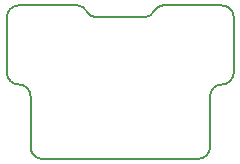
<source format=gbr>
%TF.GenerationSoftware,KiCad,Pcbnew,(6.0.5-0)*%
%TF.CreationDate,2022-06-04T23:39:16+09:00*%
%TF.ProjectId,bg-key,62672d6b-6579-42e6-9b69-6361645f7063,rev?*%
%TF.SameCoordinates,Original*%
%TF.FileFunction,Profile,NP*%
%FSLAX46Y46*%
G04 Gerber Fmt 4.6, Leading zero omitted, Abs format (unit mm)*
G04 Created by KiCad (PCBNEW (6.0.5-0)) date 2022-06-04 23:39:16*
%MOMM*%
%LPD*%
G01*
G04 APERTURE LIST*
%TA.AperFunction,Profile*%
%ADD10C,0.200000*%
%TD*%
G04 APERTURE END LIST*
D10*
X137200000Y-114000000D02*
G75*
G03*
X136450000Y-114500000I58000J-899500D01*
G01*
X124000000Y-119700000D02*
G75*
G03*
X125000000Y-120700000I1000000J0D01*
G01*
X140200000Y-127000000D02*
G75*
G03*
X141200000Y-126000000I0J1000000D01*
G01*
X126000000Y-126000000D02*
G75*
G03*
X127000000Y-127000000I1000000J0D01*
G01*
X141200000Y-121700000D02*
X141200000Y-126000000D01*
X125000000Y-114000000D02*
G75*
G03*
X124000000Y-115000000I0J-1000000D01*
G01*
X137200000Y-114000000D02*
X142200000Y-114000000D01*
X143200000Y-115000000D02*
G75*
G03*
X142200000Y-114000000I-1000000J0D01*
G01*
X130750000Y-114500000D02*
G75*
G03*
X131500000Y-115000000I808000J399500D01*
G01*
X135700000Y-115000000D02*
G75*
G03*
X136450000Y-114500000I-58000J899500D01*
G01*
X143200000Y-115000000D02*
X143200000Y-119700000D01*
X130750000Y-114500000D02*
G75*
G03*
X130000000Y-114000000I-808000J-399500D01*
G01*
X131500000Y-115000000D02*
X135700000Y-115000000D01*
X142200000Y-120700000D02*
G75*
G03*
X143200000Y-119700000I0J1000000D01*
G01*
X124000000Y-115000000D02*
X124000000Y-119700000D01*
X126000000Y-121700000D02*
X126000000Y-126000000D01*
X142200000Y-120700000D02*
G75*
G03*
X141200000Y-121700000I0J-1000000D01*
G01*
X127000000Y-127000000D02*
X140200000Y-127000000D01*
X126000000Y-121700000D02*
G75*
G03*
X125000000Y-120700000I-1000000J0D01*
G01*
X125000000Y-114000000D02*
X130000000Y-114000000D01*
M02*

</source>
